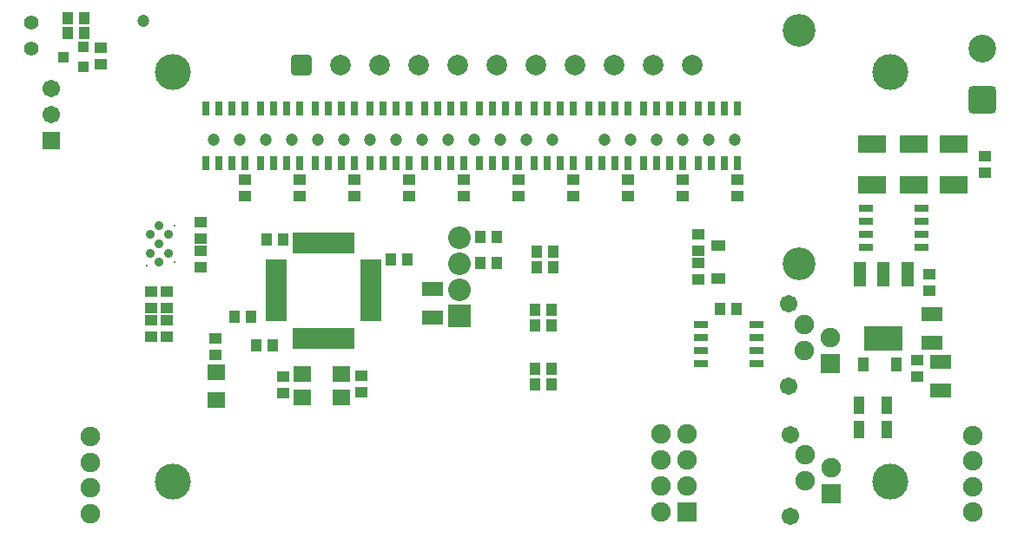
<source format=gts>
G04 Layer_Color=8388736*
%FSLAX25Y25*%
%MOIN*%
G70*
G01*
G75*
%ADD39C,0.13780*%
%ADD71R,0.03950X0.04737*%
%ADD72R,0.04737X0.03950*%
%ADD73R,0.10642X0.06706*%
%ADD74C,0.03556*%
%ADD75R,0.03162X0.05524*%
%ADD76R,0.05603X0.04383*%
%ADD77R,0.05524X0.03162*%
%ADD78R,0.07887X0.05524*%
%ADD79R,0.01981X0.08477*%
%ADD80R,0.08477X0.01981*%
%ADD81R,0.07099X0.05918*%
%ADD82R,0.07099X0.05918*%
%ADD83R,0.07099X0.05918*%
%ADD84R,0.03950X0.03950*%
%ADD85R,0.05131X0.09265*%
%ADD86R,0.05131X0.09265*%
%ADD87R,0.14579X0.09265*%
%ADD88R,0.04048X0.06800*%
%ADD89R,0.04383X0.05603*%
%ADD90C,0.00800*%
G04:AMPARAMS|DCode=91|XSize=78.87mil|YSize=78.87mil|CornerRadius=12.86mil|HoleSize=0mil|Usage=FLASHONLY|Rotation=0.000|XOffset=0mil|YOffset=0mil|HoleType=Round|Shape=RoundedRectangle|*
%AMROUNDEDRECTD91*
21,1,0.07887,0.05315,0,0,0.0*
21,1,0.05315,0.07887,0,0,0.0*
1,1,0.02572,0.02657,-0.02657*
1,1,0.02572,-0.02657,-0.02657*
1,1,0.02572,-0.02657,0.02657*
1,1,0.02572,0.02657,0.02657*
%
%ADD91ROUNDEDRECTD91*%
%ADD92C,0.07887*%
%ADD93C,0.07493*%
%ADD94R,0.07493X0.07493*%
%ADD95C,0.08674*%
%ADD96R,0.08674X0.08674*%
%ADD97C,0.06706*%
%ADD98R,0.06706X0.06706*%
%ADD99R,0.07493X0.07493*%
%ADD100C,0.06706*%
%ADD101C,0.12611*%
G04:AMPARAMS|DCode=102|XSize=106.42mil|YSize=106.42mil|CornerRadius=16.3mil|HoleSize=0mil|Usage=FLASHONLY|Rotation=90.000|XOffset=0mil|YOffset=0mil|HoleType=Round|Shape=RoundedRectangle|*
%AMROUNDEDRECTD102*
21,1,0.10642,0.07382,0,0,90.0*
21,1,0.07382,0.10642,0,0,90.0*
1,1,0.03261,0.03691,0.03691*
1,1,0.03261,0.03691,-0.03691*
1,1,0.03261,-0.03691,-0.03691*
1,1,0.03261,-0.03691,0.03691*
%
%ADD102ROUNDEDRECTD102*%
%ADD103C,0.10642*%
%ADD104C,0.05524*%
%ADD105C,0.04737*%
D39*
X59055Y181102D02*
D03*
X334646D02*
D03*
Y23622D02*
D03*
X59055D02*
D03*
D71*
X205150Y106000D02*
D03*
X198850D02*
D03*
X269350Y90000D02*
D03*
X275649D02*
D03*
X183650Y107500D02*
D03*
X177350D02*
D03*
X183650Y117500D02*
D03*
X177350D02*
D03*
X149150Y109000D02*
D03*
X142850D02*
D03*
X95350Y116500D02*
D03*
X101649D02*
D03*
X82850Y87000D02*
D03*
X89149D02*
D03*
X91350Y76000D02*
D03*
X97650D02*
D03*
X198850Y112000D02*
D03*
X205150D02*
D03*
X198350Y89500D02*
D03*
X204649D02*
D03*
Y83500D02*
D03*
X198350D02*
D03*
Y67000D02*
D03*
X204649D02*
D03*
Y61000D02*
D03*
X198350D02*
D03*
X25150Y201500D02*
D03*
X18850D02*
D03*
X25150Y196000D02*
D03*
X18850D02*
D03*
D72*
X371000Y148650D02*
D03*
Y142350D02*
D03*
X87000Y133351D02*
D03*
Y139650D02*
D03*
X108000Y133351D02*
D03*
Y139650D02*
D03*
X129000Y133351D02*
D03*
Y139650D02*
D03*
X150000Y133351D02*
D03*
Y139650D02*
D03*
X171000Y133351D02*
D03*
Y139650D02*
D03*
X192000Y133351D02*
D03*
Y139650D02*
D03*
X213000Y133351D02*
D03*
Y139650D02*
D03*
X234000Y133351D02*
D03*
Y139650D02*
D03*
X255000Y133351D02*
D03*
Y139650D02*
D03*
X276000Y133351D02*
D03*
Y139650D02*
D03*
X261000Y118650D02*
D03*
Y112350D02*
D03*
Y107650D02*
D03*
Y101350D02*
D03*
X70000Y105851D02*
D03*
Y112150D02*
D03*
Y123150D02*
D03*
Y116850D02*
D03*
X57000Y96650D02*
D03*
Y90351D02*
D03*
Y85650D02*
D03*
Y79351D02*
D03*
X51000Y85650D02*
D03*
Y79351D02*
D03*
Y96650D02*
D03*
Y90351D02*
D03*
X75500Y78650D02*
D03*
Y72351D02*
D03*
X101672Y57770D02*
D03*
Y64069D02*
D03*
X131500Y57850D02*
D03*
Y64150D02*
D03*
X31500Y183851D02*
D03*
Y190150D02*
D03*
X349500Y96851D02*
D03*
Y103150D02*
D03*
X345000Y70150D02*
D03*
Y63850D02*
D03*
D73*
X359000Y153374D02*
D03*
Y137626D02*
D03*
X343500Y153374D02*
D03*
Y137626D02*
D03*
X327500Y153374D02*
D03*
Y137626D02*
D03*
D74*
X50457Y118543D02*
D03*
X54000Y115000D02*
D03*
X50457Y111457D02*
D03*
X54000Y107913D02*
D03*
Y122087D02*
D03*
X57543Y118543D02*
D03*
Y111457D02*
D03*
D75*
X93000Y145870D02*
D03*
X98000D02*
D03*
X93000Y167130D02*
D03*
X103000D02*
D03*
X108000Y145870D02*
D03*
X103000D02*
D03*
X98000Y167130D02*
D03*
X108000D02*
D03*
X114000Y145870D02*
D03*
X119000D02*
D03*
X114000Y167130D02*
D03*
X124000D02*
D03*
X129000Y145870D02*
D03*
X124000D02*
D03*
X119000Y167130D02*
D03*
X129000D02*
D03*
X135000Y145870D02*
D03*
X140000D02*
D03*
X135000Y167130D02*
D03*
X145000D02*
D03*
X150000Y145870D02*
D03*
X145000D02*
D03*
X140000Y167130D02*
D03*
X150000D02*
D03*
X156000Y145870D02*
D03*
X161000D02*
D03*
X156000Y167130D02*
D03*
X166000D02*
D03*
X171000Y145870D02*
D03*
X166000D02*
D03*
X161000Y167130D02*
D03*
X171000D02*
D03*
X177000Y145870D02*
D03*
X182000D02*
D03*
X177000Y167130D02*
D03*
X187000D02*
D03*
X192000Y145870D02*
D03*
X187000D02*
D03*
X182000Y167130D02*
D03*
X192000D02*
D03*
X198000Y145870D02*
D03*
X203000D02*
D03*
X198000Y167130D02*
D03*
X208000D02*
D03*
X213000Y145870D02*
D03*
X208000D02*
D03*
X203000Y167130D02*
D03*
X213000D02*
D03*
X219000Y145870D02*
D03*
X224000D02*
D03*
X219000Y167130D02*
D03*
X229000D02*
D03*
X234000Y145870D02*
D03*
X229000D02*
D03*
X224000Y167130D02*
D03*
X234000D02*
D03*
X240000Y145870D02*
D03*
X245000D02*
D03*
X240000Y167130D02*
D03*
X250000D02*
D03*
X255000Y145870D02*
D03*
X250000D02*
D03*
X245000Y167130D02*
D03*
X255000D02*
D03*
X261000Y145870D02*
D03*
X266000D02*
D03*
X261000Y167130D02*
D03*
X271000D02*
D03*
X276000Y145870D02*
D03*
X271000D02*
D03*
X266000Y167130D02*
D03*
X276000D02*
D03*
X72000Y145870D02*
D03*
X77000D02*
D03*
X72000Y167130D02*
D03*
X82000D02*
D03*
X87000Y145870D02*
D03*
X82000D02*
D03*
X77000Y167130D02*
D03*
X87000D02*
D03*
D76*
X268500Y114437D02*
D03*
Y101563D02*
D03*
D77*
X283130Y69000D02*
D03*
Y79000D02*
D03*
X261870Y74000D02*
D03*
Y69000D02*
D03*
X283130Y74000D02*
D03*
Y84000D02*
D03*
X261870Y79000D02*
D03*
Y84000D02*
D03*
X325370Y128500D02*
D03*
Y118500D02*
D03*
X346630Y123500D02*
D03*
Y128500D02*
D03*
X325370Y123500D02*
D03*
Y113500D02*
D03*
X346630Y118500D02*
D03*
Y113500D02*
D03*
D78*
X159000Y86488D02*
D03*
Y97512D02*
D03*
X350500Y76988D02*
D03*
Y88012D02*
D03*
X354000Y58488D02*
D03*
Y69512D02*
D03*
D79*
X106173Y78791D02*
D03*
X108142D02*
D03*
X110110D02*
D03*
X112079D02*
D03*
X114047D02*
D03*
X116016D02*
D03*
X117984D02*
D03*
X119953D02*
D03*
X121921D02*
D03*
X123890D02*
D03*
X125858D02*
D03*
X127827D02*
D03*
Y115209D02*
D03*
X125858D02*
D03*
X123890D02*
D03*
X121921D02*
D03*
X119953D02*
D03*
X117984D02*
D03*
X116016D02*
D03*
X114047D02*
D03*
X112079D02*
D03*
X110110D02*
D03*
X108142D02*
D03*
X106173D02*
D03*
D80*
X135209Y86173D02*
D03*
Y88142D02*
D03*
Y90110D02*
D03*
Y92079D02*
D03*
Y94047D02*
D03*
Y96016D02*
D03*
Y97984D02*
D03*
Y99953D02*
D03*
Y101921D02*
D03*
Y103890D02*
D03*
Y105858D02*
D03*
Y107827D02*
D03*
X98791D02*
D03*
Y105858D02*
D03*
Y103890D02*
D03*
Y101921D02*
D03*
Y99953D02*
D03*
Y97984D02*
D03*
Y96016D02*
D03*
Y94047D02*
D03*
Y92079D02*
D03*
Y90110D02*
D03*
Y88142D02*
D03*
Y86173D02*
D03*
D81*
X75781Y65637D02*
D03*
D82*
Y54908D02*
D03*
D83*
X124000Y65055D02*
D03*
X109039D02*
D03*
Y56000D02*
D03*
X124000D02*
D03*
D84*
X17126Y186760D02*
D03*
X25000Y183020D02*
D03*
Y190500D02*
D03*
D85*
X341055Y103205D02*
D03*
X322945D02*
D03*
D86*
X332000D02*
D03*
D87*
Y78795D02*
D03*
D88*
X333364Y53000D02*
D03*
X322636D02*
D03*
X333364Y43500D02*
D03*
X322636D02*
D03*
D89*
X336937Y68500D02*
D03*
X324063D02*
D03*
D90*
X59905Y107913D02*
D03*
Y122087D02*
D03*
X49275Y106732D02*
D03*
D91*
X108500Y183500D02*
D03*
D92*
X123500D02*
D03*
X138500D02*
D03*
X153500D02*
D03*
X168500D02*
D03*
X183500D02*
D03*
X198500D02*
D03*
X213500D02*
D03*
X228500D02*
D03*
X243500D02*
D03*
X258500D02*
D03*
D93*
X256500Y42000D02*
D03*
Y32000D02*
D03*
Y22000D02*
D03*
X246657Y12000D02*
D03*
Y22000D02*
D03*
Y32000D02*
D03*
Y42000D02*
D03*
X301953Y33874D02*
D03*
Y23874D02*
D03*
X311953Y28874D02*
D03*
X301500Y84000D02*
D03*
Y74000D02*
D03*
X311500Y79000D02*
D03*
X366142Y41339D02*
D03*
Y31496D02*
D03*
Y21654D02*
D03*
Y11811D02*
D03*
X27500Y11315D02*
D03*
Y21158D02*
D03*
Y31000D02*
D03*
Y40843D02*
D03*
D94*
X256500Y12000D02*
D03*
D95*
X169291Y117362D02*
D03*
Y107362D02*
D03*
Y97362D02*
D03*
D96*
Y87362D02*
D03*
D97*
X12500Y174500D02*
D03*
Y164500D02*
D03*
D98*
Y154500D02*
D03*
D99*
X311953Y18874D02*
D03*
X311500Y69000D02*
D03*
D100*
X296047Y10252D02*
D03*
Y41748D02*
D03*
X295594Y60378D02*
D03*
Y91874D02*
D03*
D101*
X299500Y197000D02*
D03*
Y107315D02*
D03*
D102*
X370000Y170158D02*
D03*
D103*
Y189842D02*
D03*
D104*
X5000Y190000D02*
D03*
Y200000D02*
D03*
D105*
X75000Y155000D02*
D03*
X85000D02*
D03*
X95000D02*
D03*
X105000D02*
D03*
X115000D02*
D03*
X125000D02*
D03*
X135000D02*
D03*
X145000D02*
D03*
X155000D02*
D03*
X165000D02*
D03*
X175000D02*
D03*
X185000D02*
D03*
X195000D02*
D03*
X205000D02*
D03*
X225000D02*
D03*
X235000D02*
D03*
X245000D02*
D03*
X255000D02*
D03*
X265000D02*
D03*
X275000D02*
D03*
X48000Y200500D02*
D03*
M02*

</source>
